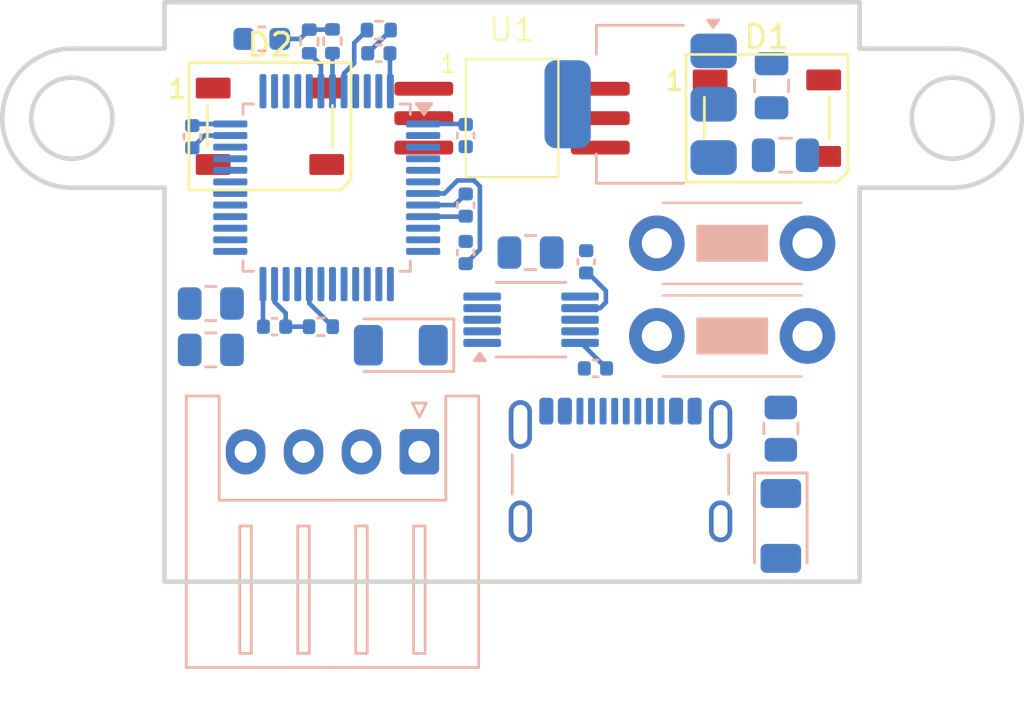
<source format=kicad_pcb>
(kicad_pcb (version 20241229) (generator "pcbnew") (generator_version "9.0")
  (layers (0 "F.Cu" signal) (2 "B.Cu" signal) (13 "F.Paste" user) (15 "B.Paste" user) (5 "F.SilkS" user "F.Silkscreen") (7 "B.SilkS" user "B.Silkscreen") (1 "F.Mask" user) (3 "B.Mask" user) (25 "Edge.Cuts" user))
  (net 0 "")
  (net 1 "GND")
  (net 2 "+5V")
  (net 3 "NRST")
  (net 4 "+3V3")
  (net 5 "Net-(D1-DOUT)")
  (net 6 "LED")
  (net 8 "Net-(D3-K)")
  (net 9 "Net-(D3-A)")
  (net 10 "Net-(D4-A)")
  (net 11 "Net-(D4-K)")
  (net 12 "UART2_RX")
  (net 13 "UART2_TX")
  (net 14 "D-")
  (net 15 "D+")
  (net 16 "BOOT0")
  (net 17 "SCL")
  (net 18 "SDA")
  (net 19 "CS_Dout")
  (net 20 "CS_Range")
  (net 21 "CS_Gate")
  (net 22 "CS_CK")
  (net 23 "UART1_RX")
  (net 24 "UART1_TX")
  (net 25 "Net-(U4-V3)")
  (net 31 "Net-(J3-CC1)")
  (net 33 "Net-(J3-CC2)")
  (net 34 "Net-(U3-PB2)")
  (footprint "LED_SMD:LED_WS2812B_PLCC4_5.0x5.0mm_P3.2mm" (layer "F.Cu") (at 130.9515 70)
    (property "Reference" "D1" (at 0 -3.5 0) (layer "F.SilkS"))
    (property "Value" "WS2812B")
    (fp_line (start -3.5 -2.75) (end -3.5 2.75) (stroke (width 0.12)) (layer "F.SilkS"))
    (fp_line (start -3.5 -2.75) (end 3.5 -2.75) (stroke (width 0.12)) (layer "F.SilkS"))
    (fp_line (start -3.5 2.75) (end 3.05 2.75) (stroke (width 0.12)) (layer "F.SilkS"))
    (fp_line (start -2.7 0.9) (end -2.7 -0.9) (stroke (width 0.12)) (layer "F.SilkS"))
    (fp_line (start 2.7 0.9) (end 2.7 -0.9) (stroke (width 0.12)) (layer "F.SilkS"))
    (fp_line (start 3.05 2.75) (end 3.5 2.3) (stroke (width 0.12)) (layer "F.SilkS"))
    (fp_line (start 3.5 2.3) (end 3.5 -2.75) (stroke (width 0.12)) (layer "F.SilkS"))
    (fp_text user "1" (at -4 -1.6 0) (layer "F.SilkS") (effects (font (size 0.8 0.8))))
    (pad "1" smd roundrect (at -2.45 -1.65) (size 1.5 0.9) (layers "F.Cu" "F.Mask" "F.Paste") (roundrect_rratio 0.1) (net 2 "+5V"))
    (pad "2" smd roundrect (at -2.45 1.65) (size 1.5 0.9) (layers "F.Cu" "F.Mask" "F.Paste") (roundrect_rratio 0.1) (net 5 "Net-(D1-DOUT)"))
    (pad "3" smd roundrect (at 2.45 1.65) (size 1.5 0.9) (layers "F.Cu" "F.Mask" "F.Paste") (roundrect_rratio 0.1) (net 1 "GND"))
    (pad "4" smd roundrect (at 2.45 -1.65) (size 1.5 0.9) (layers "F.Cu" "F.Mask" "F.Paste") (roundrect_rratio 0.1) (net 6 "LED"))
  )
  (footprint "Akizuki:S9706" (layer "F.Cu") (at 119.9515 70)
    (property "Reference" "U1" (at 0 -3.81 0) (layer "F.SilkS") (effects (font (thickness 0.1))))
    (property "Value" "~")
    (fp_rect (start -2 -2.54) (end 2 2.54) (stroke (width 0.1)) (fill no) (layer "F.SilkS"))
    (fp_text user "1" (at -3.175 -1.905 0) (layer "F.SilkS") (effects (font (size 0.75 0.75) (thickness 0.1)) (justify left bottom)))
    (pad "1" smd roundrect (at -3.81 -1.27) (size 2.54 0.6) (layers "F.Cu" "F.Mask" "F.Paste") (net 19 "CS_Dout"))
    (pad "2" smd roundrect (at -3.81 0) (size 2.54 0.6) (layers "F.Cu" "F.Mask" "F.Paste") (net 2 "+5V"))
    (pad "3" smd roundrect (at -3.81 1.27) (size 2.54 0.6) (layers "F.Cu" "F.Mask" "F.Paste") (net 1 "GND"))
    (pad "4" smd roundrect (at 3.81 1.27) (size 2.54 0.6) (layers "F.Cu" "F.Mask" "F.Paste") (net 20 "CS_Range"))
    (pad "5" smd roundrect (at 3.81 0) (size 2.54 0.6) (layers "F.Cu" "F.Mask" "F.Paste") (net 22 "CS_CK"))
    (pad "6" smd roundrect (at 3.81 -1.27) (size 2.54 0.6) (layers "F.Cu" "F.Mask" "F.Paste") (net 21 "CS_Gate"))
  )
  (footprint "LED_SMD:LED_WS2812B_PLCC4_5.0x5.0mm_P3.2mm" (layer "F.Cu") (at 109.5015 70.35)
    (property "Reference" "D2" (at 0 -3.5 0) (layer "F.SilkS"))
    (property "Value" "WS2812B")
    (fp_line (start -3.5 -2.75) (end -3.5 2.75) (stroke (width 0.12)) (layer "F.SilkS"))
    (fp_line (start -3.5 -2.75) (end 3.5 -2.75) (stroke (width 0.12)) (layer "F.SilkS"))
    (fp_line (start -3.5 2.75) (end 3.05 2.75) (stroke (width 0.12)) (layer "F.SilkS"))
    (fp_line (start -2.7 0.9) (end -2.7 -0.9) (stroke (width 0.12)) (layer "F.SilkS"))
    (fp_line (start 2.7 0.9) (end 2.7 -0.9) (stroke (width 0.12)) (layer "F.SilkS"))
    (fp_line (start 3.05 2.75) (end 3.5 2.3) (stroke (width 0.12)) (layer "F.SilkS"))
    (fp_line (start 3.5 2.3) (end 3.5 -2.75) (stroke (width 0.12)) (layer "F.SilkS"))
    (fp_text user "1" (at -4 -1.6 0) (layer "F.SilkS") (effects (font (size 0.8 0.8))))
    (pad "1" smd roundrect (at -2.45 -1.65) (size 1.5 0.9) (layers "F.Cu" "F.Mask" "F.Paste") (roundrect_rratio 0.1) (net 2 "+5V"))
    (pad "2" smd roundrect (at -2.45 1.65) (size 1.5 0.9) (layers "F.Cu" "F.Mask" "F.Paste") (roundrect_rratio 0.1))
    (pad "3" smd roundrect (at 2.45 1.65) (size 1.5 0.9) (layers "F.Cu" "F.Mask" "F.Paste") (roundrect_rratio 0.1) (net 1 "GND"))
    (pad "4" smd roundrect (at 2.45 -1.65) (size 1.5 0.9) (layers "F.Cu" "F.Mask" "F.Paste") (roundrect_rratio 0.1) (net 5 "Net-(D1-DOUT)"))
  )
  (footprint "Package_QFP:LQFP-48_7x7mm_P0.5mm" (layer "B.Cu") (at 111.9515 73 180)
    (property "Reference" "U3" (hide yes))
    (property "Value" "STM32F103C8Tx" (hide yes))
    (fp_line (start 3.61 3.61) (end 3.61 3.16) (stroke (width 0.12)) (layer "B.SilkS"))
    (fp_line (start 3.61 -3.61) (end 3.61 -3.16) (stroke (width 0.12)) (layer "B.SilkS"))
    (fp_line (start 3.16 3.61) (end 3.61 3.61) (stroke (width 0.12)) (layer "B.SilkS"))
    (fp_line (start 3.16 -3.61) (end 3.61 -3.61) (stroke (width 0.12)) (layer "B.SilkS"))
    (fp_line (start -3.16 3.61) (end -3.61 3.61) (stroke (width 0.12)) (layer "B.SilkS"))
    (fp_line (start -3.16 -3.61) (end -3.61 -3.61) (stroke (width 0.12)) (layer "B.SilkS"))
    (fp_line (start -3.61 3.61) (end -3.61 3.16) (stroke (width 0.12)) (layer "B.SilkS"))
    (fp_line (start -3.61 -3.61) (end -3.61 -3.16) (stroke (width 0.12)) (layer "B.SilkS"))
    (fp_poly (pts (xy -4.2 3.16) (xy -4.54 3.63) (xy -3.86 3.63)) (stroke (width 0.12)) (fill yes) (layer "B.SilkS"))
    (pad "1" smd roundrect (at -4.1625 2.75 180) (size 1.475 0.3) (layers "B.Cu" "B.Mask" "B.Paste") (net 4 "+3V3"))
    (pad "2" smd roundrect (at -4.1625 2.25 180) (size 1.475 0.3) (layers "B.Cu" "B.Mask" "B.Paste"))
    (pad "3" smd roundrect (at -4.1625 1.75 180) (size 1.475 0.3) (layers "B.Cu" "B.Mask" "B.Paste"))
    (pad "4" smd roundrect (at -4.1625 1.25 180) (size 1.475 0.3) (layers "B.Cu" "B.Mask" "B.Paste"))
    (pad "5" smd roundrect (at -4.1625 0.75 180) (size 1.475 0.3) (layers "B.Cu" "B.Mask" "B.Paste"))
    (pad "6" smd roundrect (at -4.1625 0.25 180) (size 1.475 0.3) (layers "B.Cu" "B.Mask" "B.Paste"))
    (pad "7" smd roundrect (at -4.1625 -0.25 180) (size 1.475 0.3) (layers "B.Cu" "B.Mask" "B.Paste") (net 3 "NRST"))
    (pad "8" smd roundrect (at -4.1625 -0.75 180) (size 1.475 0.3) (layers "B.Cu" "B.Mask" "B.Paste") (net 1 "GND"))
    (pad "9" smd roundrect (at -4.1625 -1.25 180) (size 1.475 0.3) (layers "B.Cu" "B.Mask" "B.Paste") (net 4 "+3V3"))
    (pad "10" smd roundrect (at -4.1625 -1.75 180) (size 1.475 0.3) (layers "B.Cu" "B.Mask" "B.Paste"))
    (pad "11" smd roundrect (at -4.1625 -2.25 180) (size 1.475 0.3) (layers "B.Cu" "B.Mask" "B.Paste"))
    (pad "12" smd roundrect (at -4.1625 -2.75 180) (size 1.475 0.3) (layers "B.Cu" "B.Mask" "B.Paste") (net 13 "UART2_TX"))
    (pad "13" smd roundrect (at -2.75 -4.1625 180) (size 0.3 1.475) (layers "B.Cu" "B.Mask" "B.Paste") (net 12 "UART2_RX"))
    (pad "14" smd roundrect (at -2.25 -4.1625 180) (size 0.3 1.475) (layers "B.Cu" "B.Mask" "B.Paste"))
    (pad "15" smd roundrect (at -1.75 -4.1625 180) (size 0.3 1.475) (layers "B.Cu" "B.Mask" "B.Paste"))
    (pad "16" smd roundrect (at -1.25 -4.1625 180) (size 0.3 1.475) (layers "B.Cu" "B.Mask" "B.Paste"))
    (pad "17" smd roundrect (at -0.75 -4.1625 180) (size 0.3 1.475) (layers "B.Cu" "B.Mask" "B.Paste"))
    (pad "18" smd roundrect (at -0.25 -4.1625 180) (size 0.3 1.475) (layers "B.Cu" "B.Mask" "B.Paste"))
    (pad "19" smd roundrect (at 0.25 -4.1625 180) (size 0.3 1.475) (layers "B.Cu" "B.Mask" "B.Paste"))
    (pad "20" smd roundrect (at 0.75 -4.1625 180) (size 0.3 1.475) (layers "B.Cu" "B.Mask" "B.Paste") (net 34 "Net-(U3-PB2)"))
    (pad "21" smd roundrect (at 1.25 -4.1625 180) (size 0.3 1.475) (layers "B.Cu" "B.Mask" "B.Paste"))
    (pad "22" smd roundrect (at 1.75 -4.1625 180) (size 0.3 1.475) (layers "B.Cu" "B.Mask" "B.Paste") (net 19 "CS_Dout"))
    (pad "23" smd roundrect (at 2.25 -4.1625 180) (size 0.3 1.475) (layers "B.Cu" "B.Mask" "B.Paste") (net 1 "GND"))
    (pad "24" smd roundrect (at 2.75 -4.1625 180) (size 0.3 1.475) (layers "B.Cu" "B.Mask" "B.Paste") (net 4 "+3V3"))
    (pad "25" smd roundrect (at 4.1625 -2.75 180) (size 1.475 0.3) (layers "B.Cu" "B.Mask" "B.Paste") (net 20 "CS_Range"))
    (pad "26" smd roundrect (at 4.1625 -2.25 180) (size 1.475 0.3) (layers "B.Cu" "B.Mask" "B.Paste") (net 22 "CS_CK"))
    (pad "27" smd roundrect (at 4.1625 -1.75 180) (size 1.475 0.3) (layers "B.Cu" "B.Mask" "B.Paste") (net 21 "CS_Gate"))
    (pad "28" smd roundrect (at 4.1625 -1.25 180) (size 1.475 0.3) (layers "B.Cu" "B.Mask" "B.Paste") (net 6 "LED"))
    (pad "29" smd roundrect (at 4.1625 -0.75 180) (size 1.475 0.3) (layers "B.Cu" "B.Mask" "B.Paste"))
    (pad "30" smd roundrect (at 4.1625 -0.25 180) (size 1.475 0.3) (layers "B.Cu" "B.Mask" "B.Paste") (net 24 "UART1_TX"))
    (pad "31" smd roundrect (at 4.1625 0.25 180) (size 1.475 0.3) (layers "B.Cu" "B.Mask" "B.Paste") (net 23 "UART1_RX"))
    (pad "32" smd roundrect (at 4.1625 0.75 180) (size 1.475 0.3) (layers "B.Cu" "B.Mask" "B.Paste"))
    (pad "33" smd roundrect (at 4.1625 1.25 180) (size 1.475 0.3) (layers "B.Cu" "B.Mask" "B.Paste"))
    (pad "34" smd roundrect (at 4.1625 1.75 180) (size 1.475 0.3) (layers "B.Cu" "B.Mask" "B.Paste"))
    (pad "35" smd roundrect (at 4.1625 2.25 180) (size 1.475 0.3) (layers "B.Cu" "B.Mask" "B.Paste") (net 1 "GND"))
    (pad "36" smd roundrect (at 4.1625 2.75 180) (size 1.475 0.3) (layers "B.Cu" "B.Mask" "B.Paste") (net 4 "+3V3"))
    (pad "37" smd roundrect (at 2.75 4.1625 180) (size 0.3 1.475) (layers "B.Cu" "B.Mask" "B.Paste"))
    (pad "38" smd roundrect (at 2.25 4.1625 180) (size 0.3 1.475) (layers "B.Cu" "B.Mask" "B.Paste"))
    (pad "39" smd roundrect (at 1.75 4.1625 180) (size 0.3 1.475) (layers "B.Cu" "B.Mask" "B.Paste"))
    (pad "40" smd roundrect (at 1.25 4.1625 180) (size 0.3 1.475) (layers "B.Cu" "B.Mask" "B.Paste"))
    (pad "41" smd roundrect (at 0.75 4.1625 180) (size 0.3 1.475) (layers "B.Cu" "B.Mask" "B.Paste"))
    (pad "42" smd roundrect (at 0.25 4.1625 180) (size 0.3 1.475) (layers "B.Cu" "B.Mask" "B.Paste") (net 17 "SCL"))
    (pad "43" smd roundrect (at -0.25 4.1625 180) (size 0.3 1.475) (layers "B.Cu" "B.Mask" "B.Paste") (net 18 "SDA"))
    (pad "44" smd roundrect (at -0.75 4.1625 180) (size 0.3 1.475) (layers "B.Cu" "B.Mask" "B.Paste") (net 16 "BOOT0"))
    (pad "45" smd roundrect (at -1.25 4.1625 180) (size 0.3 1.475) (layers "B.Cu" "B.Mask" "B.Paste"))
    (pad "46" smd roundrect (at -1.75 4.1625 180) (size 0.3 1.475) (layers "B.Cu" "B.Mask" "B.Paste"))
    (pad "47" smd roundrect (at -2.25 4.1625 180) (size 0.3 1.475) (layers "B.Cu" "B.Mask" "B.Paste") (net 1 "GND"))
    (pad "48" smd roundrect (at -2.75 4.1625 180) (size 0.3 1.475) (layers "B.Cu" "B.Mask" "B.Paste") (net 4 "+3V3"))
  )
  (footprint "Capacitor_SMD:C_0402_1005Metric" (layer "B.Cu") (at 109.7015 79)
    (property "Reference" "C5" (hide yes))
    (property "Value" "100n" (hide yes))
    (fp_line (start -0.107836 -0.36) (end 0.107836 -0.36) (stroke (width 0.12)) (layer "B.SilkS"))
    (fp_line (start -0.107836 0.36) (end 0.107836 0.36) (stroke (width 0.12)) (layer "B.SilkS"))
    (pad "1" smd roundrect (at -0.48 0) (size 0.56 0.62) (layers "B.Cu" "B.Mask" "B.Paste") (net 4 "+3V3"))
    (pad "2" smd roundrect (at 0.48 0) (size 0.56 0.62) (layers "B.Cu" "B.Mask" "B.Paste") (net 1 "GND"))
  )
  (footprint "Resistor_SMD:R_0805_2012Metric" (layer "B.Cu") (at 106.9515 80)
    (property "Reference" "R3" (hide yes))
    (property "Value" "5.1k" (hide yes))
    (fp_line (start -0.227064 -0.735) (end 0.227064 -0.735) (stroke (width 0.12)) (layer "B.SilkS"))
    (fp_line (start -0.227064 0.735) (end 0.227064 0.735) (stroke (width 0.12)) (layer "B.SilkS"))
    (pad "1" smd roundrect (at -0.9125 0) (size 1.025 1.4) (layers "B.Cu" "B.Mask" "B.Paste") (roundrect_rratio 0.243902) (net 1 "GND"))
    (pad "2" smd roundrect (at 0.9125 0) (size 1.025 1.4) (layers "B.Cu" "B.Mask" "B.Paste") (roundrect_rratio 0.243902) (net 31 "Net-(J3-CC1)"))
  )
  (footprint "Resistor_SMD:R_0402_1005Metric" (layer "B.Cu") (at 112.2015 66.68 90)
    (property "Reference" "R8" (hide yes))
    (property "Value" "10k" (hide yes))
    (fp_line (start -0.153641 -0.38) (end 0.153641 -0.38) (stroke (width 0.12)) (layer "B.SilkS"))
    (fp_line (start -0.153641 0.38) (end 0.153641 0.38) (stroke (width 0.12)) (layer "B.SilkS"))
    (pad "1" smd roundrect (at -0.51 0 90) (size 0.54 0.64) (layers "B.Cu" "B.Mask" "B.Paste") (net 18 "SDA"))
    (pad "2" smd roundrect (at 0.51 0 90) (size 0.54 0.64) (layers "B.Cu" "B.Mask" "B.Paste") (net 4 "+3V3"))
  )
  (footprint "Capacitor_SMD:C_0805_2012Metric" (layer "B.Cu") (at 131.1515 68.6 90)
    (property "Reference" "C12" (hide yes))
    (property "Value" "22u" (hide yes))
    (fp_line (start -0.261252 -0.735) (end 0.261252 -0.735) (stroke (width 0.12)) (layer "B.SilkS"))
    (fp_line (start -0.261252 0.735) (end 0.261252 0.735) (stroke (width 0.12)) (layer "B.SilkS"))
    (pad "1" smd roundrect (at -0.95 0 90) (size 1 1.45) (layers "B.Cu" "B.Mask" "B.Paste") (net 4 "+3V3"))
    (pad "2" smd roundrect (at 0.95 0 90) (size 1 1.45) (layers "B.Cu" "B.Mask" "B.Paste") (net 1 "GND"))
  )
  (footprint "Akizuki:TVBP06_SW" (layer "B.Cu") (at 129.4515 79.4 180)
    (property "Reference" "SW1" (hide yes))
    (property "Value" "SW_Push")
    (fp_line (start 3 1.75) (end -3 1.75) (stroke (width 0.1)) (layer "B.SilkS"))
    (fp_line (start -3 -1.75) (end 3 -1.75) (stroke (width 0.1)) (layer "B.SilkS"))
    (fp_rect (start -1.5 -0.75) (end 1.5 0.75) (stroke (width 0.1)) (fill yes) (layer "B.SilkS"))
    (pad "1" thru_hole circle (at -3.25 0 180) (size 2.4 2.4) (drill 1.3) (layers "*.Cu" "*.Mask") (net 1 "GND"))
    (pad "2" thru_hole circle (at 3.25 0 180) (size 2.4 2.4) (drill 1.3) (layers "*.Cu" "*.Mask") (net 3 "NRST"))
  )
  (footprint "Resistor_SMD:R_0805_2012Metric" (layer "B.Cu") (at 131.5515 83.4 90)
    (property "Reference" "R2" (hide yes))
    (property "Value" "75" (hide yes))
    (fp_line (start -0.227064 -0.735) (end 0.227064 -0.735) (stroke (width 0.12)) (layer "B.SilkS"))
    (fp_line (start -0.227064 0.735) (end 0.227064 0.735) (stroke (width 0.12)) (layer "B.SilkS"))
    (pad "1" smd roundrect (at -0.9125 0 90) (size 1.025 1.4) (layers "B.Cu" "B.Mask" "B.Paste") (roundrect_rratio 0.243902) (net 8 "Net-(D3-K)"))
    (pad "2" smd roundrect (at 0.9125 0 90) (size 1.025 1.4) (layers "B.Cu" "B.Mask" "B.Paste") (roundrect_rratio 0.243902) (net 1 "GND"))
  )
  (footprint "Capacitor_SMD:C_0402_1005Metric" (layer "B.Cu") (at 106.1515 70.8 -90)
    (property "Reference" "C6" (hide yes))
    (property "Value" "100n" (hide yes))
    (fp_line (start -0.107836 0.36) (end 0.107836 0.36) (stroke (width 0.12)) (layer "B.SilkS"))
    (fp_line (start -0.107836 -0.36) (end 0.107836 -0.36) (stroke (width 0.12)) (layer "B.SilkS"))
    (pad "1" smd roundrect (at -0.48 0 270) (size 0.56 0.62) (layers "B.Cu" "B.Mask" "B.Paste") (net 4 "+3V3"))
    (pad "2" smd roundrect (at 0.48 0 270) (size 0.56 0.62) (layers "B.Cu" "B.Mask" "B.Paste") (net 1 "GND"))
  )
  (footprint "Package_SO:MSOP-10_3x3mm_P0.5mm" (layer "B.Cu") (at 120.774 78.7)
    (property "Reference" "U4" (hide yes))
    (property "Value" "CH340E" (hide yes))
    (fp_line (start 0 -1.61) (end -1.5 -1.61) (stroke (width 0.12)) (layer "B.SilkS"))
    (fp_line (start 0 -1.61) (end 1.5 -1.61) (stroke (width 0.12)) (layer "B.SilkS"))
    (fp_line (start 0 1.61) (end -1.5 1.61) (stroke (width 0.12)) (layer "B.SilkS"))
    (fp_line (start 0 1.61) (end 1.5 1.61) (stroke (width 0.12)) (layer "B.SilkS"))
    (fp_poly (pts (xy -2.2125 1.435) (xy -2.4525 1.765) (xy -1.9725 1.765)) (stroke (width 0.12)) (fill yes) (layer "B.SilkS"))
    (pad "1" smd roundrect (at -2.1125 1) (size 1.625 0.35) (layers "B.Cu" "B.Mask" "B.Paste") (net 15 "D+"))
    (pad "2" smd roundrect (at -2.1125 0.5) (size 1.625 0.35) (layers "B.Cu" "B.Mask" "B.Paste") (net 14 "D-"))
    (pad "3" smd roundrect (at -2.1125 0) (size 1.625 0.35) (layers "B.Cu" "B.Mask" "B.Paste") (net 1 "GND"))
    (pad "4" smd roundrect (at -2.1125 -0.5) (size 1.625 0.35) (layers "B.Cu" "B.Mask" "B.Paste"))
    (pad "5" smd roundrect (at -2.1125 -1) (size 1.625 0.35) (layers "B.Cu" "B.Mask" "B.Paste"))
    (pad "6" smd roundrect (at 2.1125 -1) (size 1.625 0.35) (layers "B.Cu" "B.Mask" "B.Paste") (net 10 "Net-(D4-A)"))
    (pad "7" smd roundrect (at 2.1125 -0.5) (size 1.625 0.35) (layers "B.Cu" "B.Mask" "B.Paste") (net 2 "+5V"))
    (pad "8" smd roundrect (at 2.1125 0) (size 1.625 0.35) (layers "B.Cu" "B.Mask" "B.Paste") (net 23 "UART1_RX"))
    (pad "9" smd roundrect (at 2.1125 0.5) (size 1.625 0.35) (layers "B.Cu" "B.Mask" "B.Paste") (net 24 "UART1_TX"))
    (pad "10" smd roundrect (at 2.1125 1) (size 1.625 0.35) (layers "B.Cu" "B.Mask" "B.Paste") (net 25 "Net-(U4-V3)"))
  )
  (footprint "Capacitor_SMD:C_0603_1608Metric" (layer "B.Cu") (at 109.1515 66.58 180)
    (property "Reference" "C9" (hide yes))
    (property "Value" "4.7u" (hide yes))
    (fp_line (start -0.14058 0.51) (end 0.14058 0.51) (stroke (width 0.12)) (layer "B.SilkS"))
    (fp_line (start -0.14058 -0.51) (end 0.14058 -0.51) (stroke (width 0.12)) (layer "B.SilkS"))
    (pad "1" smd roundrect (at -0.775 0 180) (size 0.9 0.95) (layers "B.Cu" "B.Mask" "B.Paste") (net 4 "+3V3"))
    (pad "2" smd roundrect (at 0.775 0 180) (size 0.9 0.95) (layers "B.Cu" "B.Mask" "B.Paste") (net 1 "GND"))
  )
  (footprint "Akizuki:TVBP06_SW" (layer "B.Cu") (at 129.4515 75.4)
    (property "Reference" "SW2" (hide yes))
    (property "Value" "SW_Push")
    (fp_line (start -3 -1.75) (end 3 -1.75) (stroke (width 0.1)) (layer "B.SilkS"))
    (fp_line (start 3 1.75) (end -3 1.75) (stroke (width 0.1)) (layer "B.SilkS"))
    (fp_rect (start -1.5 -0.75) (end 1.5 0.75) (stroke (width 0.1)) (fill yes) (layer "B.SilkS"))
    (pad "1" thru_hole circle (at -3.25 0) (size 2.4 2.4) (drill 1.3) (layers "*.Cu" "*.Mask") (net 4 "+3V3"))
    (pad "2" thru_hole circle (at 3.25 0) (size 2.4 2.4) (drill 1.3) (layers "*.Cu" "*.Mask") (net 16 "BOOT0"))
  )
  (footprint "LED_SMD:LED_1206_3216Metric" (layer "B.Cu") (at 131.5515 87.6 -90)
    (property "Reference" "D3" (hide yes))
    (property "Value" "LED_GREEN" (hide yes))
    (fp_line (start -2.285 1.135) (end -2.285 -1.135) (stroke (width 0.12)) (layer "B.SilkS"))
    (fp_line (start 1.6 1.135) (end -2.285 1.135) (stroke (width 0.12)) (layer "B.SilkS"))
    (fp_line (start -2.285 -1.135) (end 1.6 -1.135) (stroke (width 0.12)) (layer "B.SilkS"))
    (pad "1" smd roundrect (at -1.4 0 270) (size 1.25 1.75) (layers "B.Cu" "B.Mask" "B.Paste") (roundrect_rratio 0.2) (net 8 "Net-(D3-K)"))
    (pad "2" smd roundrect (at 1.4 0 270) (size 1.25 1.75) (layers "B.Cu" "B.Mask" "B.Paste") (roundrect_rratio 0.2) (net 9 "Net-(D3-A)"))
  )
  (footprint "Resistor_SMD:R_0805_2012Metric" (layer "B.Cu") (at 106.9515 78)
    (property "Reference" "R1" (hide yes))
    (property "Value" "5.1k" (hide yes))
    (fp_line (start -0.227064 -0.735) (end 0.227064 -0.735) (stroke (width 0.12)) (layer "B.SilkS"))
    (fp_line (start -0.227064 0.735) (end 0.227064 0.735) (stroke (width 0.12)) (layer "B.SilkS"))
    (pad "1" smd roundrect (at -0.9125 0) (size 1.025 1.4) (layers "B.Cu" "B.Mask" "B.Paste") (roundrect_rratio 0.243902) (net 1 "GND"))
    (pad "2" smd roundrect (at 0.9125 0) (size 1.025 1.4) (layers "B.Cu" "B.Mask" "B.Paste") (roundrect_rratio 0.243902) (net 33 "Net-(J3-CC2)"))
  )
  (footprint "Capacitor_SMD:C_0402_1005Metric" (layer "B.Cu") (at 117.9515 70.75 -90)
    (property "Reference" "C4" (hide yes))
    (property "Value" "100n" (hide yes))
    (fp_line (start -0.107836 0.36) (end 0.107836 0.36) (stroke (width 0.12)) (layer "B.SilkS"))
    (fp_line (start -0.107836 -0.36) (end 0.107836 -0.36) (stroke (width 0.12)) (layer "B.SilkS"))
    (pad "1" smd roundrect (at -0.48 0 270) (size 0.56 0.62) (layers "B.Cu" "B.Mask" "B.Paste") (net 4 "+3V3"))
    (pad "2" smd roundrect (at 0.48 0 270) (size 0.56 0.62) (layers "B.Cu" "B.Mask" "B.Paste") (net 1 "GND"))
  )
  (footprint "Capacitor_SMD:C_0805_2012Metric" (layer "B.Cu") (at 131.7515 71.6)
    (property "Reference" "C11" (hide yes))
    (property "Value" "22u" (hide yes))
    (fp_line (start -0.261252 -0.735) (end 0.261252 -0.735) (stroke (width 0.12)) (layer "B.SilkS"))
    (fp_line (start -0.261252 0.735) (end 0.261252 0.735) (stroke (width 0.12)) (layer "B.SilkS"))
    (pad "1" smd roundrect (at -0.95 0) (size 1 1.45) (layers "B.Cu" "B.Mask" "B.Paste") (net 2 "+5V"))
    (pad "2" smd roundrect (at 0.95 0) (size 1 1.45) (layers "B.Cu" "B.Mask" "B.Paste") (net 1 "GND"))
  )
  (footprint "Connector_JST:JST_XH_S4B-XH-A_1x04_P2.50mm_Horizontal" (layer "B.Cu") (at 115.9515 84.4 180)
    (property "Reference" "J2" (hide yes))
    (property "Value" "Conn_01x04")
    (fp_line (start 10.06 2.41) (end 8.64 2.41) (stroke (width 0.12)) (layer "B.SilkS"))
    (fp_line (start 10.06 -9.31) (end 10.06 2.41) (stroke (width 0.12)) (layer "B.SilkS"))
    (fp_line (start 8.64 2.41) (end 8.64 -2.09) (stroke (width 0.12)) (layer "B.SilkS"))
    (fp_line (start 8.64 -2.09) (end 3.75 -2.09) (stroke (width 0.12)) (layer "B.SilkS"))
    (fp_line (start 7.75 -3.2) (end 7.25 -3.2) (stroke (width 0.12)) (layer "B.SilkS"))
    (fp_line (start 7.75 -8.7) (end 7.75 -3.2) (stroke (width 0.12)) (layer "B.SilkS"))
    (fp_line (start 7.25 -3.2) (end 7.25 -8.7) (stroke (width 0.12)) (layer "B.SilkS"))
    (fp_line (start 7.25 -8.7) (end 7.75 -8.7) (stroke (width 0.12)) (layer "B.SilkS"))
    (fp_line (start 5.25 -3.2) (end 4.75 -3.2) (stroke (width 0.12)) (layer "B.SilkS"))
    (fp_line (start 5.25 -8.7) (end 5.25 -3.2) (stroke (width 0.12)) (layer "B.SilkS"))
    (fp_line (start 4.75 -3.2) (end 4.75 -8.7) (stroke (width 0.12)) (layer "B.SilkS"))
    (fp_line (start 4.75 -8.7) (end 5.25 -8.7) (stroke (width 0.12)) (layer "B.SilkS"))
    (fp_line (start 3.75 -9.31) (end 10.06 -9.31) (stroke (width 0.12)) (layer "B.SilkS"))
    (fp_line (start 3.75 -9.31) (end -2.56 -9.31) (stroke (width 0.12)) (layer "B.SilkS"))
    (fp_line (start 2.75 -3.2) (end 2.25 -3.2) (stroke (width 0.12)) (layer "B.SilkS"))
    (fp_line (start 2.75 -8.7) (end 2.75 -3.2) (stroke (width 0.12)) (layer "B.SilkS"))
    (fp_line (start 2.25 -3.2) (end 2.25 -8.7) (stroke (width 0.12)) (layer "B.SilkS"))
    (fp_line (start 2.25 -8.7) (end 2.75 -8.7) (stroke (width 0.12)) (layer "B.SilkS"))
    (fp_line (start 0.3 2.1) (end 0 1.5) (stroke (width 0.12)) (layer "B.SilkS"))
    (fp_line (start 0.25 -3.2) (end -0.25 -3.2) (stroke (width 0.12)) (layer "B.SilkS"))
    (fp_line (start 0.25 -8.7) (end 0.25 -3.2) (stroke (width 0.12)) (layer "B.SilkS"))
    (fp_line (start 0 1.5) (end -0.3 2.1) (stroke (width 0.12)) (layer "B.SilkS"))
    (fp_line (start -0.25 -3.2) (end -0.25 -8.7) (stroke (width 0.12)) (layer "B.SilkS"))
    (fp_line (start -0.25 -8.7) (end 0.25 -8.7) (stroke (width 0.12)) (layer "B.SilkS"))
    (fp_line (start -0.3 2.1) (end 0.3 2.1) (stroke (width 0.12)) (layer "B.SilkS"))
    (fp_line (start -1.14 2.41) (end -1.14 -2.09) (stroke (width 0.12)) (layer "B.SilkS"))
    (fp_line (start -1.14 -2.09) (end 3.75 -2.09) (stroke (width 0.12)) (layer "B.SilkS"))
    (fp_line (start -2.56 2.41) (end -1.14 2.41) (stroke (width 0.12)) (layer "B.SilkS"))
    (fp_line (start -2.56 -9.31) (end -2.56 2.41) (stroke (width 0.12)) (layer "B.SilkS"))
    (pad "1" thru_hole roundrect (at 0 0 180) (size 1.7 1.95) (drill 0.95) (layers "*.Cu" "*.Mask") (roundrect_rratio 0.147059) (net 2 "+5V"))
    (pad "2" thru_hole oval (at 2.5 0 180) (size 1.7 1.95) (drill 0.95) (layers "*.Cu" "*.Mask") (net 12 "UART2_RX"))
    (pad "3" thru_hole oval (at 5 0 180) (size 1.7 1.95) (drill 0.95) (layers "*.Cu" "*.Mask") (net 13 "UART2_TX"))
    (pad "4" thru_hole oval (at 7.5 0 180) (size 1.7 1.95) (drill 0.95) (layers "*.Cu" "*.Mask") (net 1 "GND"))
  )
  (footprint "Resistor_SMD:R_0402_1005Metric" (layer "B.Cu") (at 111.7015 79 180)
    (property "Reference" "R5" (hide yes))
    (property "Value" "10k" (hide yes))
    (fp_line (start -0.153641 0.38) (end 0.153641 0.38) (stroke (width 0.12)) (layer "B.SilkS"))
    (fp_line (start -0.153641 -0.38) (end 0.153641 -0.38) (stroke (width 0.12)) (layer "B.SilkS"))
    (pad "1" smd roundrect (at -0.51 0 180) (size 0.54 0.64) (layers "B.Cu" "B.Mask" "B.Paste") (net 34 "Net-(U3-PB2)"))
    (pad "2" smd roundrect (at 0.51 0 180) (size 0.54 0.64) (layers "B.Cu" "B.Mask" "B.Paste") (net 1 "GND"))
  )
  (footprint "LED_SMD:LED_1206_3216Metric" (layer "B.Cu") (at 115.1515 79.8 180)
    (property "Reference" "D4" (hide yes))
    (property "Value" "LED_ORANGE" (hide yes))
    (fp_line (start 1.6 1.135) (end -2.285 1.135) (stroke (width 0.12)) (layer "B.SilkS"))
    (fp_line (start -2.285 1.135) (end -2.285 -1.135) (stroke (width 0.12)) (layer "B.SilkS"))
    (fp_line (start -2.285 -1.135) (end 1.6 -1.135) (stroke (width 0.12)) (layer "B.SilkS"))
    (pad "1" smd roundrect (at -1.4 0 180) (size 1.25 1.75) (layers "B.Cu" "B.Mask" "B.Paste") (roundrect_rratio 0.2) (net 11 "Net-(D4-K)"))
    (pad "2" smd roundrect (at 1.4 0 180) (size 1.25 1.75) (layers "B.Cu" "B.Mask" "B.Paste") (roundrect_rratio 0.2) (net 10 "Net-(D4-A)"))
  )
  (footprint "Capacitor_SMD:C_0402_1005Metric" (layer "B.Cu") (at 123.1515 76.2 -90)
    (property "Reference" "C2" (hide yes))
    (property "Value" "100n" (hide yes))
    (fp_line (start -0.107836 0.36) (end 0.107836 0.36) (stroke (width 0.12)) (layer "B.SilkS"))
    (fp_line (start -0.107836 -0.36) (end 0.107836 -0.36) (stroke (width 0.12)) (layer "B.SilkS"))
    (pad "1" smd roundrect (at -0.48 0 270) (size 0.56 0.62) (layers "B.Cu" "B.Mask" "B.Paste") (net 1 "GND"))
    (pad "2" smd roundrect (at 0.48 0 270) (size 0.56 0.62) (layers "B.Cu" "B.Mask" "B.Paste") (net 2 "+5V"))
  )
  (footprint "Resistor_SMD:R_0805_2012Metric" (layer "B.Cu") (at 120.7515 75.8)
    (property "Reference" "R4" (hide yes))
    (property "Value" "75" (hide yes))
    (fp_line (start -0.227064 -0.735) (end 0.227064 -0.735) (stroke (width 0.12)) (layer "B.SilkS"))
    (fp_line (start -0.227064 0.735) (end 0.227064 0.735) (stroke (width 0.12)) (layer "B.SilkS"))
    (pad "1" smd roundrect (at -0.9125 0) (size 1.025 1.4) (layers "B.Cu" "B.Mask" "B.Paste") (roundrect_rratio 0.243902) (net 11 "Net-(D4-K)"))
    (pad "2" smd roundrect (at 0.9125 0) (size 1.025 1.4) (layers "B.Cu" "B.Mask" "B.Paste") (roundrect_rratio 0.243902) (net 1 "GND"))
  )
  (footprint "Connector_USB:USB_C_Receptacle_GCT_USB4105-xx-A_16P_TopMnt_Horizontal" (layer "B.Cu") (at 124.6315 86.325 180)
    (property "Reference" "J3" (hide yes))
    (property "Value" "USB_C_Receptacle_USB2.0_16P" (hide yes))
    (fp_line (start 4.67 0.1) (end 4.67 1.8) (stroke (width 0.12)) (layer "B.SilkS"))
    (fp_line (start -4.67 0.1) (end -4.67 1.8) (stroke (width 0.12)) (layer "B.SilkS"))
    (pad "" np_thru_hole circle (at -2.89 2.605 180) (size 0.65 0.65) (drill 0.65) (layers "*.Cu" "*.Mask"))
    (pad "" np_thru_hole circle (at 2.89 2.605 180) (size 0.65 0.65) (drill 0.65) (layers "*.Cu" "*.Mask"))
    (pad "A1" smd roundrect (at -3.2 3.68 180) (size 0.6 1.15) (layers "B.Cu" "B.Mask" "B.Paste") (net 1 "GND"))
    (pad "A4" smd roundrect (at -2.4 3.68 180) (size 0.6 1.15) (layers "B.Cu" "B.Mask" "B.Paste") (net 9 "Net-(D3-A)"))
    (pad "A5" smd roundrect (at -1.25 3.68 180) (size 0.3 1.15) (layers "B.Cu" "B.Mask" "B.Paste") (net 31 "Net-(J3-CC1)"))
    (pad "A6" smd roundrect (at -0.25 3.68 180) (size 0.3 1.15) (layers "B.Cu" "B.Mask" "B.Paste") (net 15 "D+"))
    (pad "A7" smd roundrect (at 0.25 3.68 180) (size 0.3 1.15) (layers "B.Cu" "B.Mask" "B.Paste") (net 14 "D-"))
    (pad "A8" smd roundrect (at 1.25 3.68 180) (size 0.3 1.15) (layers "B.Cu" "B.Mask" "B.Paste"))
    (pad "A9" smd roundrect (at 2.4 3.68 180) (size 0.6 1.15) (layers "B.Cu" "B.Mask" "B.Paste") (net 9 "Net-(D3-A)"))
    (pad "A12" smd roundrect (at 3.2 3.68 180) (size 0.6 1.15) (layers "B.Cu" "B.Mask" "B.Paste") (net 1 "GND"))
    (pad "B1" smd roundrect (at 3.2 3.68 180) (size 0.6 1.15) (layers "B.Cu" "B.Mask" "B.Paste") (net 1 "GND"))
    (pad "B4" smd roundrect (at 2.4 3.68 180) (size 0.6 1.15) (layers "B.Cu" "B.Mask" "B.Paste") (net 9 "Net-(D3-A)"))
    (pad "B5" smd roundrect (at 1.75 3.68 180) (size 0.3 1.15) (layers "B.Cu" "B.Mask" "B.Paste") (net 33 "Net-(J3-CC2)"))
    (pad "B6" smd roundrect (at 0.75 3.68 180) (size 0.3 1.15) (layers "B.Cu" "B.Mask" "B.Paste") (net 15 "D+"))
    (pad "B7" smd roundrect (at -0.75 3.68 180) (size 0.3 1.15) (layers "B.Cu" "B.Mask" "B.Paste") (net 14 "D-"))
    (pad "B8" smd roundrect (at -1.75 3.68 180) (size 0.3 1.15) (layers "B.Cu" "B.Mask" "B.Paste"))
    (pad "B9" smd roundrect (at -2.4 3.68 180) (size 0.6 1.15) (layers "B.Cu" "B.Mask" "B.Paste") (net 9 "Net-(D3-A)"))
    (pad "B12" smd roundrect (at -3.2 3.68 180) (size 0.6 1.15) (layers "B.Cu" "B.Mask" "B.Paste") (net 1 "GND"))
    (pad "S1" thru_hole oval (at -4.32 -1.075 180) (size 1 1.8) (drill oval 0.6 1.4) (property pad_prop_heatsink) (layers "*.Cu" "*.Mask" "B.Paste"))
    (pad "S1" thru_hole oval (at -4.32 3.105 180) (size 1 2.1) (drill oval 0.6 1.7) (property pad_prop_heatsink) (layers "*.Cu" "*.Mask" "B.Paste"))
    (pad "S1" thru_hole oval (at 4.32 -1.075 180) (size 1 1.8) (drill oval 0.6 1.4) (property pad_prop_heatsink) (layers "*.Cu" "*.Mask" "B.Paste"))
    (pad "S1" thru_hole oval (at 4.32 3.105 180) (size 1 2.1) (drill oval 0.6 1.7) (property pad_prop_heatsink) (layers "*.Cu" "*.Mask" "B.Paste"))
  )
  (footprint "Resistor_SMD:R_0402_1005Metric" (layer "B.Cu") (at 114.2015 66.2)
    (property "Reference" "R6" (hide yes))
    (property "Value" "10k" (hide yes))
    (fp_line (start -0.153641 -0.38) (end 0.153641 -0.38) (stroke (width 0.12)) (layer "B.SilkS"))
    (fp_line (start -0.153641 0.38) (end 0.153641 0.38) (stroke (width 0.12)) (layer "B.SilkS"))
    (pad "1" smd roundrect (at -0.51 0) (size 0.54 0.64) (layers "B.Cu" "B.Mask" "B.Paste") (net 16 "BOOT0"))
    (pad "2" smd roundrect (at 0.51 0) (size 0.54 0.64) (layers "B.Cu" "B.Mask" "B.Paste") (net 1 "GND"))
  )
  (footprint "Package_TO_SOT_SMD:SOT-223-3_TabPin2" (layer "B.Cu") (at 125.5015 69.4 180)
    (property "Reference" "U5" (hide yes))
    (property "Value" "AMS1117-3.3")
    (fp_line (start 1.91 3.41) (end 1.91 2.15) (stroke (width 0.12)) (layer "B.SilkS"))
    (fp_line (start 1.91 -3.41) (end 1.91 -2.15) (stroke (width 0.12)) (layer "B.SilkS"))
    (fp_line (start -1.85 3.41) (end 1.91 3.41) (stroke (width 0.12)) (layer "B.SilkS"))
    (fp_line (start -1.85 -3.41) (end 1.91 -3.41) (stroke (width 0.12)) (layer "B.SilkS"))
    (fp_poly (pts (xy -3.13 3.31) (xy -3.37 3.64) (xy -2.89 3.64) (xy -3.13 3.31)) (stroke (width 0.12)) (fill yes) (layer "B.SilkS"))
    (pad "1" smd roundrect (at -3.15 2.3 180) (size 2 1.5) (layers "B.Cu" "B.Mask" "B.Paste") (net 1 "GND"))
    (pad "2" smd roundrect (at -3.15 0 180) (size 2 1.5) (layers "B.Cu" "B.Mask" "B.Paste") (net 4 "+3V3"))
    (pad "2" smd roundrect (at 3.15 0 180) (size 2 3.8) (layers "B.Cu" "B.Mask" "B.Paste") (net 4 "+3V3"))
    (pad "3" smd roundrect (at -3.15 -2.3 180) (size 2 1.5) (layers "B.Cu" "B.Mask" "B.Paste") (net 2 "+5V"))
  )
  (footprint "Resistor_SMD:R_0402_1005Metric" (layer "B.Cu") (at 111.2015 66.69 90)
    (property "Reference" "R7" (hide yes))
    (property "Value" "10k" (hide yes))
    (fp_line (start -0.153641 -0.38) (end 0.153641 -0.38) (stroke (width 0.12)) (layer "B.SilkS"))
    (fp_line (start -0.153641 0.38) (end 0.153641 0.38) (stroke (width 0.12)) (layer "B.SilkS"))
    (pad "1" smd roundrect (at -0.51 0 90) (size 0.54 0.64) (layers "B.Cu" "B.Mask" "B.Paste") (net 17 "SCL"))
    (pad "2" smd roundrect (at 0.51 0 90) (size 0.54 0.64) (layers "B.Cu" "B.Mask" "B.Paste") (net 4 "+3V3"))
  )
  (footprint "Capacitor_SMD:C_0402_1005Metric" (layer "B.Cu") (at 123.5515 80.8 180)
    (property "Reference" "C1" (hide yes))
    (property "Value" "100n" (hide yes))
    (fp_line (start -0.107836 0.36) (end 0.107836 0.36) (stroke (width 0.12)) (layer "B.SilkS"))
    (fp_line (start -0.107836 -0.36) (end 0.107836 -0.36) (stroke (width 0.12)) (layer "B.SilkS"))
    (pad "1" smd roundrect (at -0.48 0 180) (size 0.56 0.62) (layers "B.Cu" "B.Mask" "B.Paste") (net 25 "Net-(U4-V3)"))
    (pad "2" smd roundrect (at 0.48 0 180) (size 0.56 0.62) (layers "B.Cu" "B.Mask" "B.Paste") (net 1 "GND"))
  )
  (footprint "Capacitor_SMD:C_0402_1005Metric" (layer "B.Cu") (at 117.9515 75.8 90)
    (property "Reference" "C3" (hide yes))
    (property "Value" "100n" (hide yes))
    (fp_line (start -0.107836 -0.36) (end 0.107836 -0.36) (stroke (width 0.12)) (layer "B.SilkS"))
    (fp_line (start -0.107836 0.36) (end 0.107836 0.36) (stroke (width 0.12)) (layer "B.SilkS"))
    (pad "1" smd roundrect (at -0.48 0 90) (size 0.56 0.62) (layers "B.Cu" "B.Mask" "B.Paste") (net 3 "NRST"))
    (pad "2" smd roundrect (at 0.48 0 90) (size 0.56 0.62) (layers "B.Cu" "B.Mask" "B.Paste") (net 1 "GND"))
  )
  (footprint "Capacitor_SMD:C_0402_1005Metric" (layer "B.Cu") (at 114.2015 67.2 180)
    (property "Reference" "C7" (hide yes))
    (property "Value" "100n" (hide yes))
    (fp_line (start -0.107836 0.36) (end 0.107836 0.36) (stroke (width 0.12)) (layer "B.SilkS"))
    (fp_line (start -0.107836 -0.36) (end 0.107836 -0.36) (stroke (width 0.12)) (layer "B.SilkS"))
    (pad "1" smd roundrect (at -0.48 0 180) (size 0.56 0.62) (layers "B.Cu" "B.Mask" "B.Paste") (net 4 "+3V3"))
    (pad "2" smd roundrect (at 0.48 0 180) (size 0.56 0.62) (layers "B.Cu" "B.Mask" "B.Paste") (net 1 "GND"))
  )
  (footprint "Capacitor_SMD:C_0402_1005Metric" (layer "B.Cu") (at 117.9515 73.75 90)
    (property "Reference" "C8" (hide yes))
    (property "Value" "100n" (hide yes))
    (fp_line (start -0.107836 -0.36) (end 0.107836 -0.36) (stroke (width 0.12)) (layer "B.SilkS"))
    (fp_line (start -0.107836 0.36) (end 0.107836 0.36) (stroke (width 0.12)) (layer "B.SilkS"))
    (pad "1" smd roundrect (at -0.48 0 90) (size 0.56 0.62) (layers "B.Cu" "B.Mask" "B.Paste") (net 4 "+3V3"))
    (pad "2" smd roundrect (at 0.48 0 90) (size 0.56 0.62) (layers "B.Cu" "B.Mask" "B.Paste") (net 1 "GND"))
  )
  (gr_line (start 104.9515 73) (end 104.9515 90) (stroke (width 0.2)) (layer "Edge.Cuts"))
  (gr_line (start 134.9515 67) (end 134.9515 65) (stroke (width 0.2)) (layer "Edge.Cuts"))
  (gr_line (start 138.9515 67) (end 134.9515 67) (stroke (width 0.2)) (layer "Edge.Cuts"))
  (gr_line (start 100.9515 73) (end 104.9515 73) (stroke (width 0.2)) (layer "Edge.Cuts"))
  (gr_circle (center 100.9515 70) (end 102.7015 70) (stroke (width 0.2)) (fill no) (layer "Edge.Cuts"))
  (gr_line (start 104.9515 67) (end 100.9515 67) (stroke (width 0.2)) (layer "Edge.Cuts"))
  (gr_line (start 104.9515 65) (end 104.9515 67) (stroke (width 0.2)) (layer "Edge.Cuts"))
  (gr_line (start 134.9515 90) (end 134.9515 73) (stroke (width 0.2)) (layer "Edge.Cuts"))
  (gr_line (start 134.9515 73) (end 138.9515 73) (stroke (width 0.2)) (layer "Edge.Cuts"))
  (gr_arc (start 138.9515 67) (mid 141.951501 70.000001) (end 138.9515 73.000002) (stroke (width 0.2)) (layer "Edge.Cuts"))
  (gr_line (start 134.9515 65) (end 104.9515 65) (stroke (width 0.2)) (layer "Edge.Cuts"))
  (gr_line (start 104.9515 90) (end 134.9515 90) (stroke (width 0.2)) (layer "Edge.Cuts"))
  (gr_arc (start 100.9515 73) (mid 97.9515 70) (end 100.9515 67) (stroke (width 0.2)) (layer "Edge.Cuts"))
  (gr_circle (center 138.9515 70) (end 140.7015 70) (stroke (width 0.2)) (fill no) (layer "Edge.Cuts"))
  (gr_line (start 138.9515 73.000002) (end 138.9515 73) (stroke (width 0.2)) (layer "Edge.Cuts"))
  (segment (start 107.789 70.75) (end 106.6815 70.75) (width 0.2) (layer "B.Cu") (net 1))
  (segment (start 114.7115 66.2) (end 114.7115 66.21) (width 0.2) (layer "B.Cu") (net 1))
  (segment (start 117.4715 73.75) (end 117.9515 73.27) (width 0.2) (layer "B.Cu") (net 1))
  (segment (start 114.7115 66.21) (end 113.7215 67.2) (width 0.2) (layer "B.Cu") (net 1))
  (segment (start 109.7015 77.1625) (end 109.7015 77.933824) (width 0.2) (layer "B.Cu") (net 1))
  (segment (start 110.1815 78.413824) (end 110.1815 79) (width 0.2) (layer "B.Cu") (net 1))
  (segment (start 109.7015 77.933824) (end 110.1815 78.413824) (width 0.2) (layer "B.Cu") (net 1))
  (segment (start 106.6815 70.75) (end 106.1515 71.28) (width 0.2) (layer "B.Cu") (net 1))
  (segment (start 111.1915 79) (end 110.1815 79) (width 0.2) (layer "B.Cu") (net 1))
  (segment (start 116.114 73.75) (end 117.4715 73.75) (width 0.2) (layer "B.Cu") (net 1))
  (segment (start 124 77.449152) (end 124 77.9515) (width 0.2) (layer "B.Cu") (net 2))
  (segment (start 123.7515 78.2) (end 122.8865 78.2) (width 0.2) (layer "B.Cu") (net 2))
  (segment (start 123.230848 76.68) (end 124 77.449152) (width 0.2) (layer "B.Cu") (net 2))
  (segment (start 124 77.9515) (end 123.7515 78.2) (width 0.2) (layer "B.Cu") (net 2))
  (segment (start 123.1515 76.68) (end 123.230848 76.68) (width 0.2) (layer "B.Cu") (net 2))
  (segment (start 116.114 73.25) (end 117.03395 73.25) (width 0.2) (layer "B.Cu") (net 3))
  (segment (start 118.5625 75.669) (end 117.9515 76.28) (width 0.2) (layer "B.Cu") (net 3))
  (segment (start 118.5625 72.94345) (end 118.5625 75.669) (width 0.2) (layer "B.Cu") (net 3))
  (segment (start 118.30805 72.689) (end 118.5625 72.94345) (width 0.2) (layer "B.Cu") (net 3))
  (segment (start 117.59495 72.689) (end 118.30805 72.689) (width 0.2) (layer "B.Cu") (net 3))
  (segment (start 117.03395 73.25) (end 117.59495 72.689) (width 0.2) (layer "B.Cu") (net 3))
  (segment (start 114.7015 67.22) (end 114.6815 67.2) (width 0.2) (layer "B.Cu") (net 4))
  (segment (start 110.8015 66.58) (end 111.2015 66.18) (width 0.2) (layer "B.Cu") (net 4))
  (segment (start 109.9265 66.58) (end 110.8015 66.58) (width 0.2) (layer "B.Cu") (net 4))
  (segment (start 114.6815 68.8175) (end 114.7015 68.8375) (width 0.2) (layer "B.Cu") (net 4))
  (segment (start 117.9315 74.25) (end 117.9515 74.23) (width 0.2) (layer "B.Cu") (net 4))
  (segment (start 107.789 70.25) (end 106.2215 70.25) (width 0.2) (layer "B.Cu") (net 4))
  (segment (start 116.114 74.25) (end 117.9315 74.25) (width 0.2) (layer "B.Cu") (net 4))
  (segment (start 112.1915 66) (end 112.2015 65.99) (width 0.2) (layer "B.Cu") (net 4))
  (segment (start 109.2015 78.98) (end 109.2215 79) (width 0.2) (layer "B.Cu") (net 4))
  (segment (start 116.114 70.25) (end 117.9315 70.25) (width 0.2) (layer "B.Cu") (net 4))
  (segment (start 111.2015 66.18) (end 112.1915 66.18) (width 0.2) (layer "B.Cu") (net 4))
  (segment (start 114.6815 67.2) (end 114.6815 68.8175) (width 0.2) (layer "B.Cu") (net 4))
  (segment (start 106.2215 70.25) (end 106.1515 70.32) (width 0.2) (layer "B.Cu") (net 4))
  (segment (start 117.9315 70.25) (end 117.9515 70.27) (width 0.2) (layer "B.Cu") (net 4))
  (segment (start 109.2015 77.1625) (end 109.2015 78.98) (width 0.2) (layer "B.Cu") (net 4))
  (segment (start 112.7015 68.066176) (end 112.7015 68.8375) (width 0.2) (layer "B.Cu") (net 16))
  (segment (start 113.1405 67.627176) (end 112.7015 68.066176) (width 0.2) (layer "B.Cu") (net 16))
  (segment (start 113.1405 66.751) (end 113.1405 67.627176) (width 0.2) (layer "B.Cu") (net 16))
  (segment (start 113.1405 66.751) (end 113.6915 66.2) (width 0.2) (layer "B.Cu") (net 16))
  (segment (start 111.2015 67.2) (end 111.7015 67.7) (width 0.2) (layer "B.Cu") (net 17))
  (segment (start 111.7015 67.7) (end 111.7015 68.8375) (width 0.2) (layer "B.Cu") (net 17))
  (segment (start 112.2015 67.19) (end 112.2015 68.8375) (width 0.2) (layer "B.Cu") (net 18))
  (segment (start 122.8865 79.7) (end 122.9315 79.7) (width 0.2) (layer "B.Cu") (net 25))
  (segment (start 122.9315 79.7) (end 124.0315 80.8) (width 0.2) (layer "B.Cu") (net 25))
  (segment (start 112.2115 79) (end 111.2015 77.99) (width 0.2) (layer "B.Cu") (net 34))
  (segment (start 111.2015 77.99) (end 111.2015 77.1625) (width 0.2) (layer "B.Cu") (net 34))
)
</source>
